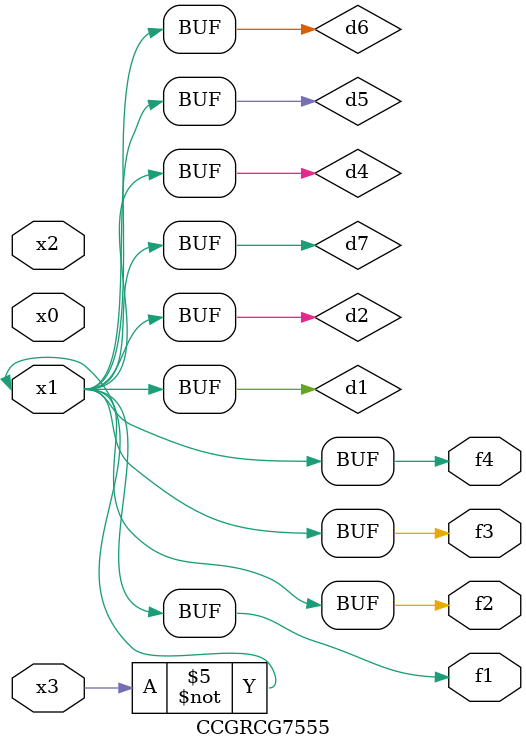
<source format=v>
module CCGRCG7555(
	input x0, x1, x2, x3,
	output f1, f2, f3, f4
);

	wire d1, d2, d3, d4, d5, d6, d7;

	not (d1, x3);
	buf (d2, x1);
	xnor (d3, d1, d2);
	nor (d4, d1);
	buf (d5, d1, d2);
	buf (d6, d4, d5);
	nand (d7, d4);
	assign f1 = d6;
	assign f2 = d7;
	assign f3 = d6;
	assign f4 = d6;
endmodule

</source>
